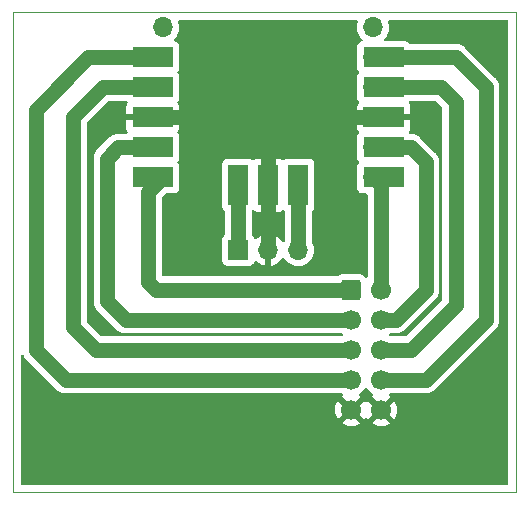
<source format=gbr>
%TF.GenerationSoftware,KiCad,Pcbnew,(6.0.8)*%
%TF.CreationDate,2022-10-05T13:18:44+02:00*%
%TF.ProjectId,Pico_Interface,5069636f-5f49-46e7-9465-72666163652e,rev?*%
%TF.SameCoordinates,Original*%
%TF.FileFunction,Copper,L1,Top*%
%TF.FilePolarity,Positive*%
%FSLAX46Y46*%
G04 Gerber Fmt 4.6, Leading zero omitted, Abs format (unit mm)*
G04 Created by KiCad (PCBNEW (6.0.8)) date 2022-10-05 13:18:44*
%MOMM*%
%LPD*%
G01*
G04 APERTURE LIST*
G04 Aperture macros list*
%AMRoundRect*
0 Rectangle with rounded corners*
0 $1 Rounding radius*
0 $2 $3 $4 $5 $6 $7 $8 $9 X,Y pos of 4 corners*
0 Add a 4 corners polygon primitive as box body*
4,1,4,$2,$3,$4,$5,$6,$7,$8,$9,$2,$3,0*
0 Add four circle primitives for the rounded corners*
1,1,$1+$1,$2,$3*
1,1,$1+$1,$4,$5*
1,1,$1+$1,$6,$7*
1,1,$1+$1,$8,$9*
0 Add four rect primitives between the rounded corners*
20,1,$1+$1,$2,$3,$4,$5,0*
20,1,$1+$1,$4,$5,$6,$7,0*
20,1,$1+$1,$6,$7,$8,$9,0*
20,1,$1+$1,$8,$9,$2,$3,0*%
G04 Aperture macros list end*
%TA.AperFunction,Profile*%
%ADD10C,0.100000*%
%TD*%
%TA.AperFunction,ComponentPad*%
%ADD11O,1.700000X1.700000*%
%TD*%
%TA.AperFunction,SMDPad,CuDef*%
%ADD12R,3.500000X1.700000*%
%TD*%
%TA.AperFunction,ComponentPad*%
%ADD13R,1.700000X1.700000*%
%TD*%
%TA.AperFunction,SMDPad,CuDef*%
%ADD14R,1.700000X3.500000*%
%TD*%
%TA.AperFunction,ComponentPad*%
%ADD15C,1.700000*%
%TD*%
%TA.AperFunction,ComponentPad*%
%ADD16RoundRect,0.250000X-0.600000X-0.600000X0.600000X-0.600000X0.600000X0.600000X-0.600000X0.600000X0*%
%TD*%
%TA.AperFunction,Conductor*%
%ADD17C,1.250000*%
%TD*%
G04 APERTURE END LIST*
D10*
X85090000Y-106680000D02*
X127635000Y-106680000D01*
X127635000Y-106680000D02*
X127635000Y-147320000D01*
X127635000Y-147320000D02*
X85090000Y-147320000D01*
X85090000Y-147320000D02*
X85090000Y-106680000D01*
D11*
%TO.P,U1,15,GPIO11*%
%TO.N,unconnected-(U1-Pad15)*%
X97790000Y-107950000D03*
D12*
%TO.P,U1,16,GPIO12*%
%TO.N,Net-(U1-Pad16)*%
X96890000Y-110490000D03*
D11*
X97790000Y-110490000D03*
D12*
%TO.P,U1,17,GPIO13*%
%TO.N,Net-(U1-Pad17)*%
X96890000Y-113030000D03*
D11*
X97790000Y-113030000D03*
D12*
%TO.P,U1,18,GND*%
%TO.N,GND*%
X96890000Y-115570000D03*
D13*
X97790000Y-115570000D03*
D11*
%TO.P,U1,19,GPIO14*%
%TO.N,Net-(U1-Pad19)*%
X97790000Y-118110000D03*
D12*
X96890000Y-118110000D03*
%TO.P,U1,20,GPIO15*%
%TO.N,Net-(U1-Pad20)*%
X96890000Y-120650000D03*
D11*
X97790000Y-120650000D03*
D12*
%TO.P,U1,21,GPIO16*%
%TO.N,Net-(U1-Pad21)*%
X116470000Y-120650000D03*
D11*
X115570000Y-120650000D03*
D12*
%TO.P,U1,22,GPIO17*%
%TO.N,Net-(U1-Pad22)*%
X116470000Y-118110000D03*
D11*
X115570000Y-118110000D03*
D12*
%TO.P,U1,23,GND*%
%TO.N,GND*%
X116470000Y-115570000D03*
D13*
X115570000Y-115570000D03*
D11*
%TO.P,U1,24,GPIO18*%
%TO.N,Net-(U1-Pad24)*%
X115570000Y-113030000D03*
D12*
X116470000Y-113030000D03*
%TO.P,U1,25,GPIO19*%
%TO.N,Net-(U1-Pad25)*%
X116470000Y-110490000D03*
D11*
X115570000Y-110490000D03*
%TO.P,U1,26,GPIO20*%
%TO.N,unconnected-(U1-Pad26)*%
X115570000Y-107950000D03*
D14*
%TO.P,U1,41,SWCLK*%
%TO.N,Net-(U1-Pad41)*%
X104140000Y-121320000D03*
D11*
X104140000Y-120420000D03*
D13*
%TO.P,U1,42,GND*%
%TO.N,GND*%
X106680000Y-120420000D03*
D14*
X106680000Y-121320000D03*
D11*
%TO.P,U1,43,SWDIO*%
%TO.N,Net-(U1-Pad43)*%
X109220000Y-120420000D03*
D14*
X109220000Y-121320000D03*
%TD*%
D13*
%TO.P,J2,1,Pin_1*%
%TO.N,Net-(U1-Pad41)*%
X104140000Y-126796800D03*
D11*
%TO.P,J2,2,Pin_2*%
%TO.N,GND*%
X106680000Y-126796800D03*
%TO.P,J2,3,Pin_3*%
%TO.N,Net-(U1-Pad43)*%
X109220000Y-126796800D03*
%TD*%
D15*
%TO.P,J1,10,Pin_10*%
%TO.N,GND*%
X116222500Y-140335000D03*
%TO.P,J1,9,Pin_9*%
X113682500Y-140335000D03*
%TO.P,J1,8,Pin_8*%
%TO.N,Net-(U1-Pad25)*%
X116222500Y-137795000D03*
%TO.P,J1,7,Pin_7*%
%TO.N,Net-(U1-Pad16)*%
X113682500Y-137795000D03*
%TO.P,J1,6,Pin_6*%
%TO.N,Net-(U1-Pad24)*%
X116222500Y-135255000D03*
%TO.P,J1,5,Pin_5*%
%TO.N,Net-(U1-Pad17)*%
X113682500Y-135255000D03*
%TO.P,J1,4,Pin_4*%
%TO.N,Net-(U1-Pad22)*%
X116222500Y-132715000D03*
%TO.P,J1,3,Pin_3*%
%TO.N,Net-(U1-Pad19)*%
X113682500Y-132715000D03*
%TO.P,J1,2,Pin_2*%
%TO.N,Net-(U1-Pad21)*%
X116222500Y-130175000D03*
D16*
%TO.P,J1,1,Pin_1*%
%TO.N,Net-(U1-Pad20)*%
X113682500Y-130175000D03*
%TD*%
D17*
%TO.N,Net-(U1-Pad25)*%
X125095000Y-132715000D02*
X125095000Y-113030000D01*
X122555000Y-110490000D02*
X115570000Y-110490000D01*
X120015000Y-137795000D02*
X125095000Y-132715000D01*
X125095000Y-113030000D02*
X122555000Y-110490000D01*
X116222500Y-137795000D02*
X120015000Y-137795000D01*
%TO.N,Net-(U1-Pad24)*%
X122555000Y-114300000D02*
X121285000Y-113030000D01*
X122555000Y-131445000D02*
X122555000Y-114300000D01*
X121285000Y-113030000D02*
X115570000Y-113030000D01*
X118745000Y-135255000D02*
X122555000Y-131445000D01*
X116222500Y-135255000D02*
X118745000Y-135255000D01*
%TO.N,Net-(U1-Pad22)*%
X117475000Y-132715000D02*
X120015000Y-130175000D01*
X116222500Y-132715000D02*
X117475000Y-132715000D01*
X120015000Y-130175000D02*
X120015000Y-119380000D01*
%TO.N,Net-(U1-Pad21)*%
X116222500Y-121302500D02*
X115570000Y-120650000D01*
X116222500Y-130175000D02*
X116222500Y-121302500D01*
%TO.N,Net-(U1-Pad16)*%
X89535000Y-137795000D02*
X113682500Y-137795000D01*
X86995000Y-135255000D02*
X89535000Y-137795000D01*
X91440000Y-110490000D02*
X86995000Y-114935000D01*
X86995000Y-114935000D02*
X86995000Y-135255000D01*
X97790000Y-110490000D02*
X91440000Y-110490000D01*
%TO.N,Net-(U1-Pad17)*%
X92075000Y-135255000D02*
X113682500Y-135255000D01*
X90170000Y-133350000D02*
X92075000Y-135255000D01*
X90170000Y-115570000D02*
X90170000Y-133350000D01*
X92710000Y-113030000D02*
X90170000Y-115570000D01*
%TO.N,Net-(U1-Pad19)*%
X93027500Y-119062500D02*
X93027500Y-131127500D01*
X93980000Y-118110000D02*
X93027500Y-119062500D01*
X94615000Y-132715000D02*
X93027500Y-131127500D01*
X97790000Y-118110000D02*
X93980000Y-118110000D01*
X113682500Y-132715000D02*
X94615000Y-132715000D01*
%TO.N,Net-(U1-Pad20)*%
X97155000Y-130175000D02*
X96520000Y-129540000D01*
X113682500Y-130175000D02*
X97155000Y-130175000D01*
X96520000Y-121920000D02*
X97790000Y-120650000D01*
X96520000Y-129540000D02*
X96520000Y-121920000D01*
%TO.N,Net-(U1-Pad22)*%
X120015000Y-119380000D02*
X118745000Y-118110000D01*
X118745000Y-118110000D02*
X115570000Y-118110000D01*
%TO.N,Net-(U1-Pad17)*%
X92710000Y-113030000D02*
X97790000Y-113030000D01*
%TO.N,GND*%
X106680000Y-115570000D02*
X106680000Y-120420000D01*
X97790000Y-115570000D02*
X106680000Y-115570000D01*
X106680000Y-120420000D02*
X106680000Y-126796800D01*
X106680000Y-115570000D02*
X115570000Y-115570000D01*
%TO.N,Net-(U1-Pad41)*%
X104140000Y-120420000D02*
X104140000Y-126796800D01*
%TO.N,Net-(U1-Pad43)*%
X109220000Y-120420000D02*
X109220000Y-126796800D01*
%TD*%
%TA.AperFunction,Conductor*%
%TO.N,GND*%
G36*
X126942121Y-107335002D02*
G01*
X126988614Y-107388658D01*
X127000000Y-107441000D01*
X127000000Y-146559000D01*
X126979998Y-146627121D01*
X126926342Y-146673614D01*
X126874000Y-146685000D01*
X85851000Y-146685000D01*
X85782879Y-146664998D01*
X85736386Y-146611342D01*
X85725000Y-146559000D01*
X85725000Y-141459853D01*
X112922477Y-141459853D01*
X112927758Y-141466907D01*
X113089256Y-141561279D01*
X113098542Y-141565729D01*
X113297501Y-141641703D01*
X113307399Y-141644579D01*
X113516095Y-141687038D01*
X113526323Y-141688257D01*
X113739150Y-141696062D01*
X113749436Y-141695595D01*
X113960685Y-141668534D01*
X113970762Y-141666392D01*
X114174755Y-141605191D01*
X114184342Y-141601433D01*
X114375598Y-141507738D01*
X114384444Y-141502465D01*
X114431747Y-141468723D01*
X114438711Y-141459853D01*
X115462477Y-141459853D01*
X115467758Y-141466907D01*
X115629256Y-141561279D01*
X115638542Y-141565729D01*
X115837501Y-141641703D01*
X115847399Y-141644579D01*
X116056095Y-141687038D01*
X116066323Y-141688257D01*
X116279150Y-141696062D01*
X116289436Y-141695595D01*
X116500685Y-141668534D01*
X116510762Y-141666392D01*
X116714755Y-141605191D01*
X116724342Y-141601433D01*
X116915598Y-141507738D01*
X116924444Y-141502465D01*
X116971747Y-141468723D01*
X116980148Y-141458023D01*
X116973160Y-141444870D01*
X116235312Y-140707022D01*
X116221368Y-140699408D01*
X116219535Y-140699539D01*
X116212920Y-140703790D01*
X115469237Y-141447473D01*
X115462477Y-141459853D01*
X114438711Y-141459853D01*
X114440148Y-141458023D01*
X114433160Y-141444870D01*
X113695312Y-140707022D01*
X113681368Y-140699408D01*
X113679535Y-140699539D01*
X113672920Y-140703790D01*
X112929237Y-141447473D01*
X112922477Y-141459853D01*
X85725000Y-141459853D01*
X85725000Y-140306863D01*
X112320550Y-140306863D01*
X112332809Y-140519477D01*
X112334245Y-140529697D01*
X112381065Y-140737446D01*
X112384145Y-140747275D01*
X112464270Y-140944603D01*
X112468913Y-140953794D01*
X112548960Y-141084420D01*
X112559416Y-141093880D01*
X112568194Y-141090096D01*
X113310478Y-140347812D01*
X113316856Y-140336132D01*
X114046908Y-140336132D01*
X114047039Y-140337965D01*
X114051290Y-140344580D01*
X114792974Y-141086264D01*
X114804984Y-141092823D01*
X114816723Y-141083855D01*
X114850522Y-141036819D01*
X114851649Y-141037629D01*
X114899159Y-140993881D01*
X114969096Y-140981661D01*
X115034538Y-141009191D01*
X115062370Y-141041029D01*
X115088959Y-141084419D01*
X115099416Y-141093880D01*
X115108194Y-141090096D01*
X115850478Y-140347812D01*
X115856856Y-140336132D01*
X116586908Y-140336132D01*
X116587039Y-140337965D01*
X116591290Y-140344580D01*
X117332974Y-141086264D01*
X117344984Y-141092823D01*
X117356723Y-141083855D01*
X117387504Y-141041019D01*
X117392815Y-141032180D01*
X117487170Y-140841267D01*
X117490969Y-140831672D01*
X117552876Y-140627915D01*
X117555055Y-140617834D01*
X117583090Y-140404887D01*
X117583609Y-140398212D01*
X117585072Y-140338364D01*
X117584878Y-140331646D01*
X117567281Y-140117604D01*
X117565596Y-140107424D01*
X117513714Y-139900875D01*
X117510394Y-139891124D01*
X117425472Y-139695814D01*
X117420605Y-139686739D01*
X117355563Y-139586197D01*
X117344877Y-139576995D01*
X117335312Y-139581398D01*
X116594522Y-140322188D01*
X116586908Y-140336132D01*
X115856856Y-140336132D01*
X115858092Y-140333868D01*
X115857961Y-140332035D01*
X115853710Y-140325420D01*
X115112349Y-139584059D01*
X115100813Y-139577759D01*
X115088528Y-139587384D01*
X115055692Y-139635520D01*
X115000781Y-139680523D01*
X114930256Y-139688694D01*
X114866509Y-139657440D01*
X114845811Y-139632955D01*
X114815562Y-139586197D01*
X114804877Y-139576995D01*
X114795312Y-139581398D01*
X114054522Y-140322188D01*
X114046908Y-140336132D01*
X113316856Y-140336132D01*
X113318092Y-140333868D01*
X113317961Y-140332035D01*
X113313710Y-140325420D01*
X112572349Y-139584059D01*
X112560813Y-139577759D01*
X112548531Y-139587382D01*
X112500589Y-139657662D01*
X112495504Y-139666613D01*
X112405838Y-139859783D01*
X112402275Y-139869470D01*
X112345364Y-140074681D01*
X112343433Y-140084800D01*
X112320802Y-140296574D01*
X112320550Y-140306863D01*
X85725000Y-140306863D01*
X85725000Y-135784563D01*
X85745002Y-135716442D01*
X85798658Y-135669949D01*
X85868932Y-135659845D01*
X85933512Y-135689339D01*
X85963013Y-135726864D01*
X85966146Y-135732949D01*
X85970061Y-135741286D01*
X85994329Y-135798320D01*
X85997680Y-135803297D01*
X86013556Y-135826879D01*
X86021052Y-135839554D01*
X86036809Y-135870148D01*
X86075083Y-135918874D01*
X86080506Y-135926324D01*
X86101211Y-135957077D01*
X86115122Y-135977740D01*
X86118945Y-135981956D01*
X86140138Y-136003149D01*
X86150128Y-136014410D01*
X86170417Y-136040239D01*
X86174947Y-136044170D01*
X86174948Y-136044171D01*
X86218564Y-136082019D01*
X86225078Y-136088089D01*
X88658280Y-138521291D01*
X88665444Y-138529776D01*
X88665657Y-138529592D01*
X88669572Y-138534128D01*
X88673043Y-138539021D01*
X88677374Y-138543167D01*
X88741553Y-138604605D01*
X88743517Y-138606528D01*
X88771707Y-138634718D01*
X88774019Y-138636627D01*
X88774022Y-138636630D01*
X88777624Y-138639604D01*
X88784521Y-138645739D01*
X88824946Y-138684437D01*
X88824950Y-138684440D01*
X88829285Y-138688590D01*
X88834324Y-138691843D01*
X88834327Y-138691846D01*
X88858200Y-138707260D01*
X88870083Y-138715958D01*
X88896625Y-138737876D01*
X88951019Y-138767594D01*
X88958939Y-138772307D01*
X89005946Y-138802659D01*
X89005950Y-138802661D01*
X89010991Y-138805916D01*
X89042920Y-138818784D01*
X89056223Y-138825072D01*
X89086435Y-138841579D01*
X89092143Y-138843406D01*
X89092145Y-138843407D01*
X89145445Y-138860468D01*
X89154132Y-138863604D01*
X89206045Y-138884526D01*
X89206048Y-138884527D01*
X89211604Y-138886766D01*
X89217488Y-138887915D01*
X89245387Y-138893363D01*
X89259653Y-138897026D01*
X89286712Y-138905688D01*
X89286722Y-138905690D01*
X89292432Y-138907518D01*
X89353953Y-138914908D01*
X89363052Y-138916341D01*
X89423887Y-138928222D01*
X89429571Y-138928500D01*
X89459544Y-138928500D01*
X89474572Y-138929399D01*
X89501231Y-138932602D01*
X89501237Y-138932602D01*
X89507179Y-138933316D01*
X89513155Y-138932893D01*
X89513158Y-138932893D01*
X89570750Y-138928815D01*
X89579649Y-138928500D01*
X112895377Y-138928500D01*
X112958950Y-138945714D01*
X112974457Y-138954776D01*
X113023179Y-139006415D01*
X113036249Y-139076198D01*
X113009516Y-139141970D01*
X112969064Y-139175325D01*
X112960966Y-139179540D01*
X112952234Y-139185039D01*
X112932177Y-139200099D01*
X112923723Y-139211427D01*
X112930468Y-139223758D01*
X113669688Y-139962978D01*
X113683632Y-139970592D01*
X113685465Y-139970461D01*
X113692080Y-139966210D01*
X114435889Y-139222401D01*
X114442910Y-139209544D01*
X114436111Y-139200213D01*
X114432059Y-139197521D01*
X114395102Y-139177120D01*
X114345131Y-139126687D01*
X114330359Y-139057245D01*
X114355475Y-138990839D01*
X114382827Y-138964232D01*
X114430164Y-138930467D01*
X114562360Y-138836173D01*
X114720596Y-138678489D01*
X114741167Y-138649862D01*
X114850953Y-138497077D01*
X114852276Y-138498028D01*
X114899145Y-138454857D01*
X114969080Y-138442625D01*
X115034526Y-138470144D01*
X115062375Y-138501994D01*
X115122487Y-138600088D01*
X115125867Y-138603990D01*
X115135449Y-138615052D01*
X115268750Y-138768938D01*
X115440626Y-138911632D01*
X115473083Y-138930598D01*
X115514455Y-138954774D01*
X115563179Y-139006412D01*
X115576250Y-139076195D01*
X115549519Y-139141967D01*
X115509062Y-139175327D01*
X115500960Y-139179544D01*
X115492234Y-139185039D01*
X115472177Y-139200099D01*
X115463723Y-139211427D01*
X115470468Y-139223758D01*
X116209688Y-139962978D01*
X116223632Y-139970592D01*
X116225465Y-139970461D01*
X116232080Y-139966210D01*
X116975889Y-139222401D01*
X116982910Y-139209544D01*
X116976111Y-139200213D01*
X116972059Y-139197521D01*
X116935102Y-139177120D01*
X116885131Y-139126687D01*
X116870359Y-139057245D01*
X116895475Y-138990839D01*
X116922828Y-138964231D01*
X116940088Y-138951920D01*
X117013255Y-138928500D01*
X119908633Y-138928500D01*
X119919694Y-138929433D01*
X119919715Y-138929153D01*
X119925688Y-138929592D01*
X119931607Y-138930598D01*
X120026371Y-138928530D01*
X120029119Y-138928500D01*
X120069041Y-138928500D01*
X120076705Y-138927769D01*
X120085901Y-138927231D01*
X120121565Y-138926453D01*
X120141852Y-138926010D01*
X120141853Y-138926010D01*
X120147848Y-138925879D01*
X120181495Y-138918635D01*
X120196044Y-138916383D01*
X120218481Y-138914242D01*
X120230315Y-138913113D01*
X120249387Y-138907518D01*
X120289768Y-138895671D01*
X120298719Y-138893397D01*
X120298877Y-138893363D01*
X120359295Y-138880356D01*
X120390966Y-138866880D01*
X120404827Y-138861917D01*
X120437860Y-138852226D01*
X120492941Y-138823858D01*
X120501286Y-138819939D01*
X120558320Y-138795671D01*
X120586879Y-138776444D01*
X120599554Y-138768948D01*
X120607159Y-138765031D01*
X120630148Y-138753191D01*
X120678874Y-138714917D01*
X120686324Y-138709494D01*
X120733981Y-138677409D01*
X120733983Y-138677407D01*
X120737740Y-138674878D01*
X120741956Y-138671055D01*
X120763149Y-138649862D01*
X120774411Y-138639871D01*
X120795522Y-138623288D01*
X120800239Y-138619583D01*
X120842020Y-138571435D01*
X120848089Y-138564922D01*
X125821291Y-133591720D01*
X125829776Y-133584556D01*
X125829592Y-133584343D01*
X125834128Y-133580428D01*
X125839021Y-133576957D01*
X125904605Y-133508447D01*
X125906528Y-133506483D01*
X125934718Y-133478293D01*
X125939607Y-133472373D01*
X125945739Y-133465479D01*
X125984437Y-133425054D01*
X125984440Y-133425050D01*
X125988590Y-133420715D01*
X126001295Y-133401039D01*
X126007260Y-133391800D01*
X126015958Y-133379916D01*
X126034052Y-133358006D01*
X126034054Y-133358004D01*
X126037876Y-133353375D01*
X126067593Y-133298983D01*
X126072315Y-133291047D01*
X126102657Y-133244056D01*
X126105916Y-133239009D01*
X126118787Y-133207072D01*
X126125073Y-133193776D01*
X126141579Y-133163564D01*
X126160468Y-133104554D01*
X126163604Y-133095867D01*
X126184526Y-133043954D01*
X126186766Y-133038396D01*
X126193363Y-133004615D01*
X126197025Y-132990353D01*
X126205689Y-132963288D01*
X126205691Y-132963278D01*
X126207519Y-132957568D01*
X126208235Y-132951612D01*
X126208236Y-132951605D01*
X126214911Y-132896045D01*
X126216347Y-132886925D01*
X126227353Y-132830562D01*
X126228222Y-132826113D01*
X126228500Y-132820429D01*
X126228500Y-132790455D01*
X126229399Y-132775427D01*
X126232602Y-132748767D01*
X126232602Y-132748763D01*
X126233316Y-132742820D01*
X126228815Y-132679249D01*
X126228500Y-132670350D01*
X126228500Y-113136367D01*
X126229433Y-113125306D01*
X126229153Y-113125285D01*
X126229592Y-113119312D01*
X126230598Y-113113393D01*
X126228530Y-113018629D01*
X126228500Y-113015881D01*
X126228500Y-112975959D01*
X126227769Y-112968295D01*
X126227231Y-112959094D01*
X126226010Y-112903150D01*
X126226010Y-112903149D01*
X126225879Y-112897152D01*
X126218634Y-112863500D01*
X126216382Y-112848948D01*
X126213683Y-112820662D01*
X126213113Y-112814685D01*
X126195671Y-112755231D01*
X126193400Y-112746286D01*
X126181621Y-112691577D01*
X126181619Y-112691571D01*
X126180356Y-112685704D01*
X126166875Y-112654020D01*
X126161921Y-112640185D01*
X126152226Y-112607140D01*
X126123855Y-112552055D01*
X126119930Y-112543695D01*
X126098018Y-112492198D01*
X126098018Y-112492197D01*
X126095670Y-112486680D01*
X126076447Y-112458127D01*
X126068951Y-112445452D01*
X126055937Y-112420183D01*
X126055935Y-112420180D01*
X126053191Y-112414852D01*
X126036794Y-112393978D01*
X126014922Y-112366133D01*
X126009488Y-112358667D01*
X125977413Y-112311025D01*
X125977409Y-112311019D01*
X125974877Y-112307259D01*
X125971055Y-112303044D01*
X125949862Y-112281851D01*
X125939871Y-112270589D01*
X125919583Y-112244761D01*
X125871435Y-112202980D01*
X125864922Y-112196911D01*
X123431720Y-109763709D01*
X123424556Y-109755224D01*
X123424343Y-109755408D01*
X123420428Y-109750872D01*
X123416957Y-109745979D01*
X123348447Y-109680395D01*
X123346483Y-109678472D01*
X123318293Y-109650282D01*
X123312373Y-109645393D01*
X123305479Y-109639261D01*
X123265054Y-109600563D01*
X123265050Y-109600560D01*
X123260715Y-109596410D01*
X123255676Y-109593157D01*
X123255673Y-109593154D01*
X123231800Y-109577740D01*
X123219916Y-109569042D01*
X123197997Y-109550941D01*
X123197998Y-109550941D01*
X123193375Y-109547124D01*
X123138981Y-109517406D01*
X123131061Y-109512693D01*
X123084054Y-109482341D01*
X123084050Y-109482339D01*
X123079009Y-109479084D01*
X123047080Y-109466216D01*
X123033778Y-109459928D01*
X123008829Y-109446297D01*
X123003565Y-109443421D01*
X122997860Y-109441595D01*
X122997858Y-109441594D01*
X122965033Y-109431087D01*
X122944545Y-109424529D01*
X122935865Y-109421395D01*
X122883959Y-109400476D01*
X122878396Y-109398234D01*
X122872510Y-109397084D01*
X122872508Y-109397084D01*
X122844615Y-109391637D01*
X122830351Y-109387975D01*
X122803273Y-109379307D01*
X122803271Y-109379307D01*
X122797568Y-109377481D01*
X122791619Y-109376766D01*
X122791613Y-109376765D01*
X122736045Y-109370089D01*
X122726925Y-109368653D01*
X122677440Y-109358990D01*
X122666113Y-109356778D01*
X122660429Y-109356500D01*
X122630455Y-109356500D01*
X122615427Y-109355601D01*
X122588767Y-109352398D01*
X122588763Y-109352398D01*
X122582820Y-109351684D01*
X122576844Y-109352107D01*
X122576841Y-109352107D01*
X122519249Y-109356185D01*
X122510350Y-109356500D01*
X118706066Y-109356500D01*
X118637945Y-109336498D01*
X118605242Y-109306068D01*
X118583261Y-109276739D01*
X118466705Y-109189385D01*
X118330316Y-109138255D01*
X118268134Y-109131500D01*
X116613986Y-109131500D01*
X116545865Y-109111498D01*
X116499372Y-109057842D01*
X116489268Y-108987568D01*
X116518762Y-108922988D01*
X116525047Y-108916249D01*
X116604430Y-108837144D01*
X116604440Y-108837132D01*
X116608096Y-108833489D01*
X116667594Y-108750689D01*
X116735435Y-108656277D01*
X116738453Y-108652077D01*
X116837430Y-108451811D01*
X116902370Y-108238069D01*
X116931529Y-108016590D01*
X116933156Y-107950000D01*
X116914852Y-107727361D01*
X116860431Y-107510702D01*
X116851969Y-107491240D01*
X116843149Y-107420796D01*
X116873816Y-107356764D01*
X116934233Y-107319476D01*
X116967519Y-107315000D01*
X126874000Y-107315000D01*
X126942121Y-107335002D01*
G37*
%TD.AperFunction*%
%TA.AperFunction,Conductor*%
G36*
X114239096Y-107335002D02*
G01*
X114285589Y-107388658D01*
X114295693Y-107458932D01*
X114290552Y-107479267D01*
X114290688Y-107479305D01*
X114230989Y-107694570D01*
X114207251Y-107916695D01*
X114207548Y-107921848D01*
X114207548Y-107921851D01*
X114213011Y-108016590D01*
X114220110Y-108139715D01*
X114221247Y-108144761D01*
X114221248Y-108144767D01*
X114241119Y-108232939D01*
X114269222Y-108357639D01*
X114353266Y-108564616D01*
X114469987Y-108755088D01*
X114616250Y-108923938D01*
X114620230Y-108927242D01*
X114624981Y-108931187D01*
X114664616Y-108990090D01*
X114666113Y-109061071D01*
X114628997Y-109121593D01*
X114588724Y-109146112D01*
X114473295Y-109189385D01*
X114356739Y-109276739D01*
X114269385Y-109393295D01*
X114218255Y-109529684D01*
X114211500Y-109591866D01*
X114211500Y-110410219D01*
X114210787Y-110423607D01*
X114207251Y-110456695D01*
X114207548Y-110461848D01*
X114207548Y-110461851D01*
X114211291Y-110526763D01*
X114211500Y-110534016D01*
X114211500Y-111388134D01*
X114218255Y-111450316D01*
X114269385Y-111586705D01*
X114342627Y-111684431D01*
X114342630Y-111684435D01*
X114367478Y-111750941D01*
X114352425Y-111820324D01*
X114342632Y-111835562D01*
X114269385Y-111933295D01*
X114218255Y-112069684D01*
X114211500Y-112131866D01*
X114211500Y-112950219D01*
X114210787Y-112963607D01*
X114207251Y-112996695D01*
X114207548Y-113001848D01*
X114207548Y-113001851D01*
X114211291Y-113066763D01*
X114211500Y-113074016D01*
X114211500Y-113928134D01*
X114218255Y-113990316D01*
X114269385Y-114126705D01*
X114301515Y-114169576D01*
X114342942Y-114224852D01*
X114367790Y-114291358D01*
X114352737Y-114360741D01*
X114342942Y-114375982D01*
X114275214Y-114466351D01*
X114266676Y-114481946D01*
X114221522Y-114602394D01*
X114217895Y-114617649D01*
X114212369Y-114668514D01*
X114212000Y-114675328D01*
X114212000Y-115297885D01*
X114216475Y-115313124D01*
X114217865Y-115314329D01*
X114225548Y-115316000D01*
X118709884Y-115316000D01*
X118725123Y-115311525D01*
X118726328Y-115310135D01*
X118727999Y-115302452D01*
X118727999Y-114675331D01*
X118727629Y-114668510D01*
X118722105Y-114617648D01*
X118718479Y-114602396D01*
X118673324Y-114481946D01*
X118664786Y-114466351D01*
X118597058Y-114375982D01*
X118572210Y-114309475D01*
X118587263Y-114240093D01*
X118597059Y-114224851D01*
X118605241Y-114213934D01*
X118662100Y-114171419D01*
X118706066Y-114163500D01*
X120763299Y-114163500D01*
X120831420Y-114183502D01*
X120852394Y-114200405D01*
X121384595Y-114732606D01*
X121418621Y-114794918D01*
X121421500Y-114821701D01*
X121421500Y-130923299D01*
X121401498Y-130991420D01*
X121384595Y-131012394D01*
X118312394Y-134084595D01*
X118250082Y-134118621D01*
X118223299Y-134121500D01*
X117012773Y-134121500D01*
X116951879Y-134105808D01*
X116935554Y-134096796D01*
X116885583Y-134046363D01*
X116870812Y-133976920D01*
X116895929Y-133910515D01*
X116923281Y-133883909D01*
X116940088Y-133871921D01*
X117013255Y-133848500D01*
X117368633Y-133848500D01*
X117379694Y-133849433D01*
X117379715Y-133849153D01*
X117385688Y-133849592D01*
X117391607Y-133850598D01*
X117486371Y-133848530D01*
X117489119Y-133848500D01*
X117529041Y-133848500D01*
X117536705Y-133847769D01*
X117545901Y-133847231D01*
X117581565Y-133846453D01*
X117601852Y-133846010D01*
X117601853Y-133846010D01*
X117607848Y-133845879D01*
X117641495Y-133838635D01*
X117656044Y-133836383D01*
X117678481Y-133834242D01*
X117690315Y-133833113D01*
X117706943Y-133828235D01*
X117749768Y-133815671D01*
X117758719Y-133813397D01*
X117758877Y-133813363D01*
X117819295Y-133800356D01*
X117850966Y-133786880D01*
X117864827Y-133781917D01*
X117897860Y-133772226D01*
X117952941Y-133743858D01*
X117961286Y-133739939D01*
X118018320Y-133715671D01*
X118046879Y-133696444D01*
X118059554Y-133688948D01*
X118067159Y-133685031D01*
X118090148Y-133673191D01*
X118138874Y-133634917D01*
X118146324Y-133629494D01*
X118193981Y-133597409D01*
X118193983Y-133597407D01*
X118197740Y-133594878D01*
X118201956Y-133591055D01*
X118223149Y-133569862D01*
X118234411Y-133559871D01*
X118255522Y-133543288D01*
X118260239Y-133539583D01*
X118302020Y-133491435D01*
X118308089Y-133484922D01*
X120741291Y-131051720D01*
X120749776Y-131044556D01*
X120749592Y-131044343D01*
X120754128Y-131040428D01*
X120759021Y-131036957D01*
X120824605Y-130968447D01*
X120826528Y-130966483D01*
X120854718Y-130938293D01*
X120859607Y-130932373D01*
X120865739Y-130925479D01*
X120904437Y-130885054D01*
X120904440Y-130885050D01*
X120908590Y-130880715D01*
X120927260Y-130851800D01*
X120935958Y-130839916D01*
X120954059Y-130817997D01*
X120957876Y-130813375D01*
X120987594Y-130758981D01*
X120992307Y-130751061D01*
X121022659Y-130704054D01*
X121022661Y-130704050D01*
X121025916Y-130699009D01*
X121038784Y-130667080D01*
X121045072Y-130653778D01*
X121058703Y-130628829D01*
X121061579Y-130623565D01*
X121080468Y-130564555D01*
X121083604Y-130555868D01*
X121104526Y-130503955D01*
X121104527Y-130503952D01*
X121106766Y-130498396D01*
X121113363Y-130464613D01*
X121117026Y-130450347D01*
X121125688Y-130423288D01*
X121125690Y-130423278D01*
X121127518Y-130417568D01*
X121134908Y-130356047D01*
X121136341Y-130346948D01*
X121148222Y-130286113D01*
X121148500Y-130280429D01*
X121148500Y-130250456D01*
X121149399Y-130235428D01*
X121152602Y-130208769D01*
X121152602Y-130208763D01*
X121153316Y-130202821D01*
X121151585Y-130178365D01*
X121148815Y-130139250D01*
X121148500Y-130130351D01*
X121148500Y-119486367D01*
X121149433Y-119475306D01*
X121149153Y-119475285D01*
X121149592Y-119469312D01*
X121150598Y-119463393D01*
X121148530Y-119368629D01*
X121148500Y-119365881D01*
X121148500Y-119325959D01*
X121147769Y-119318295D01*
X121147231Y-119309094D01*
X121146010Y-119253148D01*
X121146010Y-119253147D01*
X121145879Y-119247152D01*
X121138635Y-119213505D01*
X121136383Y-119198956D01*
X121133683Y-119170661D01*
X121133113Y-119164685D01*
X121115671Y-119105232D01*
X121113397Y-119096281D01*
X121101619Y-119041571D01*
X121101619Y-119041570D01*
X121100356Y-119035705D01*
X121086877Y-119004029D01*
X121081916Y-118990172D01*
X121073913Y-118962891D01*
X121072226Y-118957140D01*
X121043848Y-118902040D01*
X121039945Y-118893728D01*
X121015670Y-118836680D01*
X120996447Y-118808126D01*
X120988952Y-118795453D01*
X120975941Y-118770191D01*
X120975940Y-118770190D01*
X120973191Y-118764852D01*
X120934915Y-118716124D01*
X120929483Y-118708661D01*
X120897416Y-118661030D01*
X120894878Y-118657260D01*
X120891055Y-118653044D01*
X120869862Y-118631851D01*
X120859871Y-118620589D01*
X120843288Y-118599478D01*
X120839583Y-118594761D01*
X120811517Y-118570406D01*
X120791436Y-118552981D01*
X120784922Y-118546911D01*
X119621720Y-117383709D01*
X119614556Y-117375224D01*
X119614343Y-117375408D01*
X119610428Y-117370872D01*
X119606957Y-117365979D01*
X119538447Y-117300395D01*
X119536483Y-117298472D01*
X119508293Y-117270282D01*
X119502373Y-117265393D01*
X119495479Y-117259261D01*
X119455054Y-117220563D01*
X119455050Y-117220560D01*
X119450715Y-117216410D01*
X119445676Y-117213157D01*
X119445673Y-117213154D01*
X119421800Y-117197740D01*
X119409916Y-117189042D01*
X119387997Y-117170941D01*
X119387998Y-117170941D01*
X119383375Y-117167124D01*
X119328981Y-117137406D01*
X119321061Y-117132693D01*
X119274054Y-117102341D01*
X119274050Y-117102339D01*
X119269009Y-117099084D01*
X119237080Y-117086216D01*
X119223778Y-117079928D01*
X119198829Y-117066297D01*
X119193565Y-117063421D01*
X119187860Y-117061595D01*
X119187858Y-117061594D01*
X119155033Y-117051087D01*
X119134545Y-117044529D01*
X119125865Y-117041395D01*
X119073959Y-117020476D01*
X119068396Y-117018234D01*
X119062510Y-117017084D01*
X119062508Y-117017084D01*
X119034615Y-117011637D01*
X119020351Y-117007975D01*
X118993273Y-116999307D01*
X118993271Y-116999307D01*
X118987568Y-116997481D01*
X118981619Y-116996766D01*
X118981613Y-116996765D01*
X118926045Y-116990089D01*
X118916925Y-116988653D01*
X118867440Y-116978990D01*
X118856113Y-116976778D01*
X118850429Y-116976500D01*
X118820455Y-116976500D01*
X118805427Y-116975601D01*
X118778767Y-116972398D01*
X118778763Y-116972398D01*
X118772820Y-116971684D01*
X118766845Y-116972107D01*
X118766842Y-116972107D01*
X118746017Y-116973582D01*
X118714677Y-116975801D01*
X118645314Y-116960661D01*
X118604952Y-116925681D01*
X118597058Y-116915148D01*
X118572210Y-116848641D01*
X118587263Y-116779259D01*
X118597058Y-116764018D01*
X118664786Y-116673649D01*
X118673324Y-116658054D01*
X118718478Y-116537606D01*
X118722105Y-116522351D01*
X118727631Y-116471486D01*
X118728000Y-116464672D01*
X118728000Y-115842115D01*
X118723525Y-115826876D01*
X118722135Y-115825671D01*
X118714452Y-115824000D01*
X114230116Y-115824000D01*
X114214877Y-115828475D01*
X114213672Y-115829865D01*
X114212001Y-115837548D01*
X114212001Y-116464669D01*
X114212371Y-116471490D01*
X114217895Y-116522352D01*
X114221521Y-116537604D01*
X114266676Y-116658054D01*
X114275214Y-116673649D01*
X114342942Y-116764018D01*
X114367790Y-116830525D01*
X114352737Y-116899907D01*
X114342942Y-116915148D01*
X114319578Y-116946323D01*
X114269385Y-117013295D01*
X114218255Y-117149684D01*
X114211500Y-117211866D01*
X114211500Y-118030219D01*
X114210787Y-118043607D01*
X114207251Y-118076695D01*
X114207548Y-118081848D01*
X114207548Y-118081851D01*
X114211291Y-118146763D01*
X114211500Y-118154016D01*
X114211500Y-119008134D01*
X114218255Y-119070316D01*
X114269385Y-119206705D01*
X114342627Y-119304431D01*
X114342630Y-119304435D01*
X114367478Y-119370941D01*
X114352425Y-119440324D01*
X114342632Y-119455562D01*
X114269385Y-119553295D01*
X114218255Y-119689684D01*
X114211500Y-119751866D01*
X114211500Y-120570219D01*
X114210787Y-120583607D01*
X114207251Y-120616695D01*
X114207548Y-120621848D01*
X114207548Y-120621851D01*
X114211291Y-120686763D01*
X114211500Y-120694016D01*
X114211500Y-121548134D01*
X114218255Y-121610316D01*
X114269385Y-121746705D01*
X114356739Y-121863261D01*
X114473295Y-121950615D01*
X114609684Y-122001745D01*
X114671866Y-122008500D01*
X114963000Y-122008500D01*
X115031121Y-122028502D01*
X115077614Y-122082158D01*
X115089000Y-122134500D01*
X115089000Y-129004495D01*
X115068998Y-129072616D01*
X115015342Y-129119109D01*
X114945068Y-129129213D01*
X114880488Y-129099719D01*
X114873982Y-129093668D01*
X114760983Y-128980866D01*
X114755803Y-128975695D01*
X114658149Y-128915500D01*
X114611468Y-128886725D01*
X114611466Y-128886724D01*
X114605238Y-128882885D01*
X114444754Y-128829655D01*
X114443889Y-128829368D01*
X114443887Y-128829368D01*
X114437361Y-128827203D01*
X114430525Y-128826503D01*
X114430522Y-128826502D01*
X114387469Y-128822091D01*
X114332900Y-128816500D01*
X113032100Y-128816500D01*
X113028854Y-128816837D01*
X113028850Y-128816837D01*
X112933192Y-128826762D01*
X112933188Y-128826763D01*
X112926334Y-128827474D01*
X112919798Y-128829655D01*
X112919796Y-128829655D01*
X112787694Y-128873728D01*
X112758554Y-128883450D01*
X112608152Y-128976522D01*
X112602979Y-128981704D01*
X112602974Y-128981708D01*
X112580205Y-129004517D01*
X112517923Y-129038597D01*
X112491032Y-129041500D01*
X97779500Y-129041500D01*
X97711379Y-129021498D01*
X97664886Y-128967842D01*
X97653500Y-128915500D01*
X97653500Y-122441701D01*
X97673502Y-122373580D01*
X97690405Y-122352606D01*
X97997606Y-122045405D01*
X98059918Y-122011379D01*
X98086701Y-122008500D01*
X98688134Y-122008500D01*
X98750316Y-122001745D01*
X98886705Y-121950615D01*
X99003261Y-121863261D01*
X99090615Y-121746705D01*
X99141745Y-121610316D01*
X99148500Y-121548134D01*
X99148500Y-120747856D01*
X99149578Y-120731409D01*
X99151092Y-120719908D01*
X99151529Y-120716590D01*
X99153156Y-120650000D01*
X99148924Y-120598524D01*
X99148500Y-120588200D01*
X99148500Y-120386695D01*
X102777251Y-120386695D01*
X102777548Y-120391848D01*
X102777548Y-120391851D01*
X102781291Y-120456763D01*
X102781500Y-120464016D01*
X102781500Y-123118134D01*
X102788255Y-123180316D01*
X102839385Y-123316705D01*
X102926739Y-123433261D01*
X102956067Y-123455241D01*
X102998580Y-123512100D01*
X103006500Y-123556066D01*
X103006500Y-125460734D01*
X102986498Y-125528855D01*
X102956068Y-125561558D01*
X102926739Y-125583539D01*
X102839385Y-125700095D01*
X102788255Y-125836484D01*
X102781500Y-125898666D01*
X102781500Y-127694934D01*
X102788255Y-127757116D01*
X102839385Y-127893505D01*
X102926739Y-128010061D01*
X103043295Y-128097415D01*
X103179684Y-128148545D01*
X103241866Y-128155300D01*
X105038134Y-128155300D01*
X105100316Y-128148545D01*
X105236705Y-128097415D01*
X105353261Y-128010061D01*
X105440615Y-127893505D01*
X105484798Y-127775648D01*
X105527440Y-127718884D01*
X105594001Y-127694184D01*
X105663350Y-127709392D01*
X105698017Y-127737380D01*
X105723218Y-127766473D01*
X105730580Y-127773683D01*
X105894434Y-127909716D01*
X105902881Y-127915631D01*
X106086756Y-128023079D01*
X106096042Y-128027529D01*
X106295001Y-128103503D01*
X106304899Y-128106379D01*
X106408250Y-128127406D01*
X106422299Y-128126210D01*
X106426000Y-128115865D01*
X106426000Y-128115317D01*
X106934000Y-128115317D01*
X106938064Y-128129159D01*
X106951478Y-128131193D01*
X106958184Y-128130334D01*
X106968262Y-128128192D01*
X107172255Y-128066991D01*
X107181842Y-128063233D01*
X107373095Y-127969539D01*
X107381945Y-127964264D01*
X107555328Y-127840592D01*
X107563200Y-127833939D01*
X107714052Y-127683612D01*
X107720730Y-127675765D01*
X107848022Y-127498619D01*
X107849279Y-127499522D01*
X107896373Y-127456162D01*
X107966311Y-127443945D01*
X108031751Y-127471478D01*
X108059579Y-127503311D01*
X108119987Y-127601888D01*
X108266250Y-127770738D01*
X108438126Y-127913432D01*
X108631000Y-128026138D01*
X108839692Y-128105830D01*
X108844760Y-128106861D01*
X108844763Y-128106862D01*
X108939862Y-128126210D01*
X109058597Y-128150367D01*
X109063772Y-128150557D01*
X109063774Y-128150557D01*
X109276673Y-128158364D01*
X109276677Y-128158364D01*
X109281837Y-128158553D01*
X109286957Y-128157897D01*
X109286959Y-128157897D01*
X109498288Y-128130825D01*
X109498289Y-128130825D01*
X109503416Y-128130168D01*
X109508366Y-128128683D01*
X109712429Y-128067461D01*
X109712434Y-128067459D01*
X109717384Y-128065974D01*
X109917994Y-127967696D01*
X110099860Y-127837973D01*
X110258096Y-127680289D01*
X110388453Y-127498877D01*
X110401995Y-127471478D01*
X110485136Y-127303253D01*
X110485137Y-127303251D01*
X110487430Y-127298611D01*
X110552370Y-127084869D01*
X110581529Y-126863390D01*
X110583156Y-126796800D01*
X110564852Y-126574161D01*
X110510431Y-126357502D01*
X110421354Y-126152640D01*
X110373708Y-126078990D01*
X110353500Y-126010551D01*
X110353500Y-123556066D01*
X110373502Y-123487945D01*
X110403933Y-123455241D01*
X110433261Y-123433261D01*
X110520615Y-123316705D01*
X110571745Y-123180316D01*
X110578500Y-123118134D01*
X110578500Y-120517856D01*
X110579578Y-120501409D01*
X110581092Y-120489908D01*
X110581529Y-120486590D01*
X110583156Y-120420000D01*
X110578924Y-120368524D01*
X110578500Y-120358200D01*
X110578500Y-119521866D01*
X110571745Y-119459684D01*
X110520615Y-119323295D01*
X110433261Y-119206739D01*
X110316705Y-119119385D01*
X110180316Y-119068255D01*
X110118134Y-119061500D01*
X109234985Y-119061500D01*
X109233446Y-119061491D01*
X109130081Y-119060228D01*
X109130079Y-119060228D01*
X109124911Y-119060165D01*
X109119797Y-119060948D01*
X109116289Y-119061193D01*
X109107496Y-119061500D01*
X108321866Y-119061500D01*
X108259684Y-119068255D01*
X108123295Y-119119385D01*
X108070538Y-119158924D01*
X108025148Y-119192942D01*
X107958642Y-119217790D01*
X107889259Y-119202737D01*
X107874018Y-119192942D01*
X107783649Y-119125214D01*
X107768054Y-119116676D01*
X107647606Y-119071522D01*
X107632351Y-119067895D01*
X107581486Y-119062369D01*
X107574672Y-119062000D01*
X106952115Y-119062000D01*
X106936876Y-119066475D01*
X106935671Y-119067865D01*
X106934000Y-119075548D01*
X106934000Y-123559884D01*
X106938475Y-123575123D01*
X106939865Y-123576328D01*
X106947548Y-123577999D01*
X107574669Y-123577999D01*
X107581490Y-123577629D01*
X107632352Y-123572105D01*
X107647604Y-123568479D01*
X107768054Y-123523324D01*
X107783649Y-123514786D01*
X107874018Y-123447058D01*
X107940525Y-123422210D01*
X108009907Y-123437263D01*
X108025149Y-123447059D01*
X108036066Y-123455241D01*
X108078581Y-123512100D01*
X108086500Y-123556066D01*
X108086500Y-126008725D01*
X108064590Y-126079726D01*
X108052896Y-126096868D01*
X107997987Y-126141869D01*
X107927462Y-126150040D01*
X107863715Y-126118786D01*
X107843018Y-126094302D01*
X107762426Y-125969726D01*
X107756136Y-125961557D01*
X107612806Y-125804040D01*
X107605273Y-125797015D01*
X107438139Y-125665022D01*
X107429552Y-125659317D01*
X107243117Y-125556399D01*
X107233705Y-125552169D01*
X107032959Y-125481080D01*
X107022988Y-125478446D01*
X106951837Y-125465772D01*
X106938540Y-125467232D01*
X106934000Y-125481789D01*
X106934000Y-128115317D01*
X106426000Y-128115317D01*
X106426000Y-125479902D01*
X106422082Y-125466558D01*
X106407806Y-125464571D01*
X106369324Y-125470460D01*
X106359288Y-125472851D01*
X106156868Y-125539012D01*
X106147359Y-125543009D01*
X105958463Y-125641342D01*
X105949738Y-125646836D01*
X105779433Y-125774705D01*
X105771726Y-125781548D01*
X105694478Y-125862384D01*
X105632954Y-125897814D01*
X105562042Y-125894357D01*
X105504255Y-125853111D01*
X105485402Y-125819563D01*
X105443767Y-125708503D01*
X105440615Y-125700095D01*
X105353261Y-125583539D01*
X105323933Y-125561559D01*
X105281420Y-125504700D01*
X105273500Y-125460734D01*
X105273500Y-123556066D01*
X105293502Y-123487945D01*
X105323934Y-123455241D01*
X105334851Y-123447059D01*
X105401357Y-123422210D01*
X105470740Y-123437262D01*
X105485982Y-123447058D01*
X105576351Y-123514786D01*
X105591946Y-123523324D01*
X105712394Y-123568478D01*
X105727649Y-123572105D01*
X105778514Y-123577631D01*
X105785328Y-123578000D01*
X106407885Y-123578000D01*
X106423124Y-123573525D01*
X106424329Y-123572135D01*
X106426000Y-123564452D01*
X106426000Y-119080116D01*
X106421525Y-119064877D01*
X106420135Y-119063672D01*
X106412452Y-119062001D01*
X105785331Y-119062001D01*
X105778510Y-119062371D01*
X105727648Y-119067895D01*
X105712396Y-119071521D01*
X105591946Y-119116676D01*
X105576351Y-119125214D01*
X105485982Y-119192942D01*
X105419475Y-119217790D01*
X105350093Y-119202737D01*
X105334852Y-119192942D01*
X105289462Y-119158924D01*
X105236705Y-119119385D01*
X105100316Y-119068255D01*
X105038134Y-119061500D01*
X104154985Y-119061500D01*
X104153446Y-119061491D01*
X104050081Y-119060228D01*
X104050079Y-119060228D01*
X104044911Y-119060165D01*
X104039797Y-119060948D01*
X104036289Y-119061193D01*
X104027496Y-119061500D01*
X103241866Y-119061500D01*
X103179684Y-119068255D01*
X103043295Y-119119385D01*
X102926739Y-119206739D01*
X102839385Y-119323295D01*
X102788255Y-119459684D01*
X102781500Y-119521866D01*
X102781500Y-120340219D01*
X102780787Y-120353607D01*
X102777251Y-120386695D01*
X99148500Y-120386695D01*
X99148500Y-119751866D01*
X99141745Y-119689684D01*
X99090615Y-119553295D01*
X99017370Y-119455564D01*
X98992522Y-119389059D01*
X99007575Y-119319676D01*
X99017370Y-119304435D01*
X99017373Y-119304431D01*
X99090615Y-119206705D01*
X99141745Y-119070316D01*
X99148500Y-119008134D01*
X99148500Y-118207856D01*
X99149578Y-118191409D01*
X99151092Y-118179908D01*
X99151529Y-118176590D01*
X99153156Y-118110000D01*
X99148924Y-118058524D01*
X99148500Y-118048200D01*
X99148500Y-117211866D01*
X99141745Y-117149684D01*
X99090615Y-117013295D01*
X99040422Y-116946323D01*
X99017058Y-116915148D01*
X98992210Y-116848642D01*
X99007263Y-116779259D01*
X99017058Y-116764018D01*
X99084786Y-116673649D01*
X99093324Y-116658054D01*
X99138478Y-116537606D01*
X99142105Y-116522351D01*
X99147631Y-116471486D01*
X99148000Y-116464672D01*
X99148000Y-115842115D01*
X99143525Y-115826876D01*
X99142135Y-115825671D01*
X99134452Y-115824000D01*
X94650116Y-115824000D01*
X94634877Y-115828475D01*
X94633672Y-115829865D01*
X94632001Y-115837548D01*
X94632001Y-116464669D01*
X94632371Y-116471490D01*
X94637895Y-116522352D01*
X94641521Y-116537604D01*
X94686676Y-116658054D01*
X94695214Y-116673649D01*
X94762942Y-116764018D01*
X94787790Y-116830525D01*
X94772737Y-116899907D01*
X94762941Y-116915149D01*
X94754759Y-116926066D01*
X94697900Y-116968581D01*
X94653934Y-116976500D01*
X94086367Y-116976500D01*
X94075306Y-116975567D01*
X94075285Y-116975847D01*
X94069312Y-116975408D01*
X94063393Y-116974402D01*
X93968630Y-116976470D01*
X93965881Y-116976500D01*
X93925959Y-116976500D01*
X93918295Y-116977231D01*
X93909099Y-116977769D01*
X93867295Y-116978681D01*
X93853150Y-116978990D01*
X93853149Y-116978990D01*
X93847152Y-116979121D01*
X93841292Y-116980383D01*
X93841289Y-116980383D01*
X93813500Y-116986366D01*
X93798948Y-116988618D01*
X93793927Y-116989097D01*
X93764685Y-116991887D01*
X93705231Y-117009329D01*
X93696286Y-117011600D01*
X93641577Y-117023379D01*
X93641571Y-117023381D01*
X93635704Y-117024644D01*
X93604020Y-117038125D01*
X93590185Y-117043079D01*
X93557140Y-117052774D01*
X93551806Y-117055521D01*
X93551804Y-117055522D01*
X93502055Y-117081145D01*
X93493695Y-117085070D01*
X93466024Y-117096844D01*
X93436680Y-117109330D01*
X93431703Y-117112681D01*
X93408127Y-117128553D01*
X93395452Y-117136049D01*
X93370183Y-117149063D01*
X93370180Y-117149065D01*
X93364852Y-117151809D01*
X93360137Y-117155513D01*
X93316133Y-117190078D01*
X93308667Y-117195512D01*
X93261025Y-117227587D01*
X93261019Y-117227591D01*
X93257259Y-117230123D01*
X93253044Y-117233945D01*
X93231851Y-117255138D01*
X93220590Y-117265128D01*
X93194761Y-117285417D01*
X93190830Y-117289947D01*
X93190829Y-117289948D01*
X93152981Y-117333564D01*
X93146911Y-117340078D01*
X92301209Y-118185780D01*
X92292724Y-118192944D01*
X92292908Y-118193157D01*
X92288372Y-118197072D01*
X92283479Y-118200543D01*
X92279333Y-118204874D01*
X92217895Y-118269053D01*
X92215972Y-118271017D01*
X92187782Y-118299207D01*
X92185873Y-118301519D01*
X92185870Y-118301522D01*
X92182896Y-118305124D01*
X92176761Y-118312021D01*
X92138063Y-118352446D01*
X92138060Y-118352450D01*
X92133910Y-118356785D01*
X92130657Y-118361824D01*
X92130654Y-118361827D01*
X92115240Y-118385700D01*
X92106542Y-118397583D01*
X92084624Y-118424125D01*
X92054906Y-118478519D01*
X92050193Y-118486439D01*
X92019841Y-118533446D01*
X92019839Y-118533450D01*
X92016584Y-118538491D01*
X92003716Y-118570420D01*
X91997428Y-118583722D01*
X91980921Y-118613935D01*
X91979095Y-118619640D01*
X91979094Y-118619642D01*
X91962031Y-118672949D01*
X91958895Y-118681635D01*
X91944994Y-118716127D01*
X91935734Y-118739104D01*
X91934584Y-118744990D01*
X91934584Y-118744992D01*
X91929137Y-118772885D01*
X91925475Y-118787149D01*
X91920719Y-118802008D01*
X91914981Y-118819932D01*
X91914266Y-118825881D01*
X91914265Y-118825887D01*
X91907589Y-118881455D01*
X91906153Y-118890575D01*
X91904714Y-118897945D01*
X91894278Y-118951387D01*
X91894000Y-118957071D01*
X91894000Y-118987045D01*
X91893101Y-119002073D01*
X91889184Y-119034680D01*
X91889607Y-119040656D01*
X91889607Y-119040659D01*
X91893685Y-119098251D01*
X91894000Y-119107150D01*
X91894000Y-131021133D01*
X91893067Y-131032194D01*
X91893347Y-131032215D01*
X91892908Y-131038188D01*
X91891902Y-131044107D01*
X91892033Y-131050108D01*
X91893970Y-131138870D01*
X91894000Y-131141619D01*
X91894000Y-131181541D01*
X91894731Y-131189205D01*
X91895269Y-131198401D01*
X91896621Y-131260348D01*
X91897883Y-131266208D01*
X91903865Y-131293994D01*
X91906117Y-131308544D01*
X91908021Y-131328502D01*
X91909387Y-131342815D01*
X91911077Y-131348575D01*
X91911077Y-131348576D01*
X91926829Y-131402268D01*
X91929103Y-131411217D01*
X91942144Y-131471795D01*
X91944492Y-131477314D01*
X91944493Y-131477316D01*
X91955620Y-131503466D01*
X91960583Y-131517327D01*
X91970274Y-131550360D01*
X91985333Y-131579598D01*
X91998639Y-131605434D01*
X92002561Y-131613786D01*
X92026829Y-131670820D01*
X92041445Y-131692530D01*
X92046056Y-131699379D01*
X92053552Y-131712054D01*
X92069309Y-131742648D01*
X92107583Y-131791374D01*
X92113006Y-131798824D01*
X92147622Y-131850240D01*
X92151445Y-131854456D01*
X92172638Y-131875649D01*
X92182628Y-131886910D01*
X92202917Y-131912739D01*
X92207447Y-131916670D01*
X92207448Y-131916671D01*
X92251064Y-131954519D01*
X92257578Y-131960589D01*
X93738280Y-133441291D01*
X93745444Y-133449776D01*
X93745657Y-133449592D01*
X93749572Y-133454128D01*
X93753043Y-133459021D01*
X93803671Y-133507487D01*
X93821553Y-133524605D01*
X93823517Y-133526528D01*
X93851707Y-133554718D01*
X93854019Y-133556627D01*
X93854022Y-133556630D01*
X93857624Y-133559604D01*
X93864521Y-133565739D01*
X93904946Y-133604437D01*
X93904950Y-133604440D01*
X93909285Y-133608590D01*
X93914324Y-133611843D01*
X93914327Y-133611846D01*
X93938200Y-133627260D01*
X93950083Y-133635958D01*
X93976625Y-133657876D01*
X94031019Y-133687594D01*
X94038939Y-133692307D01*
X94085946Y-133722659D01*
X94085950Y-133722661D01*
X94090991Y-133725916D01*
X94122920Y-133738784D01*
X94136223Y-133745072D01*
X94166435Y-133761579D01*
X94172140Y-133763405D01*
X94172142Y-133763406D01*
X94191124Y-133769482D01*
X94225455Y-133780471D01*
X94234135Y-133783605D01*
X94275699Y-133800356D01*
X94291604Y-133806766D01*
X94297490Y-133807916D01*
X94297492Y-133807916D01*
X94325385Y-133813363D01*
X94339649Y-133817025D01*
X94366727Y-133825693D01*
X94366729Y-133825693D01*
X94372432Y-133827519D01*
X94378381Y-133828234D01*
X94378387Y-133828235D01*
X94433955Y-133834911D01*
X94443075Y-133836347D01*
X94485427Y-133844617D01*
X94503887Y-133848222D01*
X94509571Y-133848500D01*
X94539545Y-133848500D01*
X94554573Y-133849399D01*
X94581233Y-133852602D01*
X94581237Y-133852602D01*
X94587180Y-133853316D01*
X94593156Y-133852893D01*
X94593159Y-133852893D01*
X94650751Y-133848815D01*
X94659650Y-133848500D01*
X112895377Y-133848500D01*
X112958947Y-133865712D01*
X112969573Y-133871921D01*
X112973945Y-133874476D01*
X113022669Y-133926114D01*
X113035740Y-133995897D01*
X113009009Y-134061669D01*
X112968555Y-134095027D01*
X112956107Y-134101507D01*
X112954890Y-134102421D01*
X112888786Y-134121500D01*
X92596701Y-134121500D01*
X92528580Y-134101498D01*
X92507606Y-134084595D01*
X91340405Y-132917394D01*
X91306379Y-132855082D01*
X91303500Y-132828299D01*
X91303500Y-116091701D01*
X91323502Y-116023580D01*
X91340405Y-116002606D01*
X93142606Y-114200405D01*
X93204918Y-114166379D01*
X93231701Y-114163500D01*
X94653934Y-114163500D01*
X94722055Y-114183502D01*
X94754759Y-114213934D01*
X94762941Y-114224851D01*
X94787790Y-114291357D01*
X94772738Y-114360740D01*
X94762942Y-114375982D01*
X94695214Y-114466351D01*
X94686676Y-114481946D01*
X94641522Y-114602394D01*
X94637895Y-114617649D01*
X94632369Y-114668514D01*
X94632000Y-114675328D01*
X94632000Y-115297885D01*
X94636475Y-115313124D01*
X94637865Y-115314329D01*
X94645548Y-115316000D01*
X99129884Y-115316000D01*
X99145123Y-115311525D01*
X99146328Y-115310135D01*
X99147999Y-115302452D01*
X99147999Y-114675331D01*
X99147629Y-114668510D01*
X99142105Y-114617648D01*
X99138479Y-114602396D01*
X99093324Y-114481946D01*
X99084786Y-114466351D01*
X99017058Y-114375982D01*
X98992210Y-114309475D01*
X99007263Y-114240093D01*
X99017058Y-114224852D01*
X99058485Y-114169576D01*
X99090615Y-114126705D01*
X99141745Y-113990316D01*
X99148500Y-113928134D01*
X99148500Y-113127856D01*
X99149578Y-113111409D01*
X99151092Y-113099908D01*
X99151529Y-113096590D01*
X99153156Y-113030000D01*
X99148924Y-112978524D01*
X99148500Y-112968200D01*
X99148500Y-112131866D01*
X99141745Y-112069684D01*
X99090615Y-111933295D01*
X99017370Y-111835564D01*
X98992522Y-111769059D01*
X99007575Y-111699676D01*
X99017370Y-111684435D01*
X99017373Y-111684431D01*
X99090615Y-111586705D01*
X99141745Y-111450316D01*
X99148500Y-111388134D01*
X99148500Y-110587856D01*
X99149578Y-110571409D01*
X99151092Y-110559908D01*
X99151529Y-110556590D01*
X99153156Y-110490000D01*
X99148924Y-110438524D01*
X99148500Y-110428200D01*
X99148500Y-109591866D01*
X99141745Y-109529684D01*
X99090615Y-109393295D01*
X99003261Y-109276739D01*
X98886705Y-109189385D01*
X98874132Y-109184672D01*
X98768203Y-109144960D01*
X98711439Y-109102318D01*
X98686739Y-109035756D01*
X98701947Y-108966408D01*
X98723493Y-108937727D01*
X98824435Y-108837137D01*
X98828096Y-108833489D01*
X98887594Y-108750689D01*
X98955435Y-108656277D01*
X98958453Y-108652077D01*
X99057430Y-108451811D01*
X99122370Y-108238069D01*
X99151529Y-108016590D01*
X99153156Y-107950000D01*
X99134852Y-107727361D01*
X99080431Y-107510702D01*
X99071969Y-107491240D01*
X99063149Y-107420796D01*
X99093816Y-107356764D01*
X99154233Y-107319476D01*
X99187519Y-107315000D01*
X114170975Y-107315000D01*
X114239096Y-107335002D01*
G37*
%TD.AperFunction*%
%TD*%
M02*

</source>
